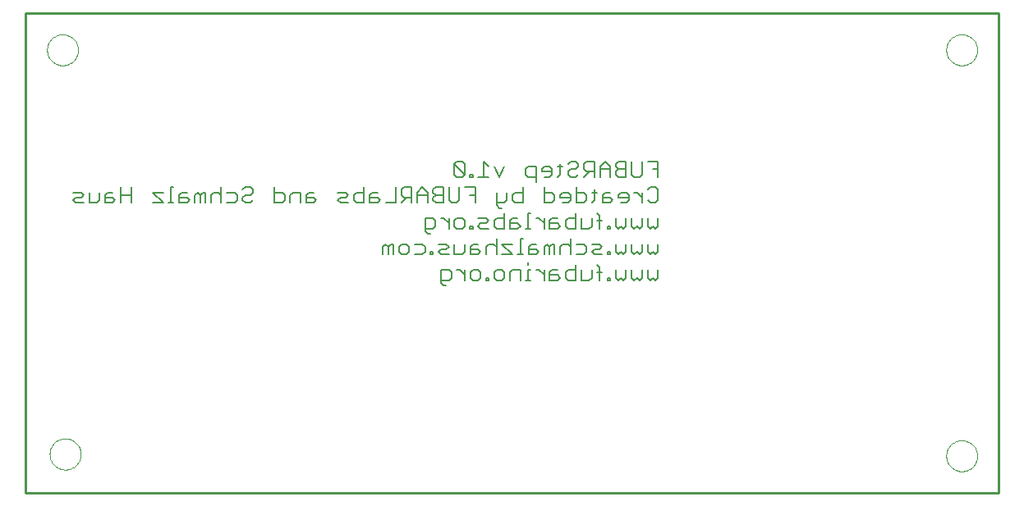
<source format=gbo>
G75*
G70*
%OFA0B0*%
%FSLAX24Y24*%
%IPPOS*%
%LPD*%
%AMOC8*
5,1,8,0,0,1.08239X$1,22.5*
%
%ADD10C,0.0100*%
%ADD11C,0.0000*%
%ADD12C,0.0070*%
D10*
X001650Y001833D02*
X001650Y021333D01*
X041150Y021333D01*
X041150Y001833D01*
X001650Y001833D01*
D11*
X002626Y003402D02*
X002628Y003452D01*
X002634Y003502D01*
X002644Y003551D01*
X002658Y003599D01*
X002675Y003646D01*
X002696Y003691D01*
X002721Y003735D01*
X002749Y003776D01*
X002781Y003815D01*
X002815Y003852D01*
X002852Y003886D01*
X002892Y003916D01*
X002934Y003943D01*
X002978Y003967D01*
X003024Y003988D01*
X003071Y004004D01*
X003119Y004017D01*
X003169Y004026D01*
X003218Y004031D01*
X003269Y004032D01*
X003319Y004029D01*
X003368Y004022D01*
X003417Y004011D01*
X003465Y003996D01*
X003511Y003978D01*
X003556Y003956D01*
X003599Y003930D01*
X003640Y003901D01*
X003679Y003869D01*
X003715Y003834D01*
X003747Y003796D01*
X003777Y003756D01*
X003804Y003713D01*
X003827Y003669D01*
X003846Y003623D01*
X003862Y003575D01*
X003874Y003526D01*
X003882Y003477D01*
X003886Y003427D01*
X003886Y003377D01*
X003882Y003327D01*
X003874Y003278D01*
X003862Y003229D01*
X003846Y003181D01*
X003827Y003135D01*
X003804Y003091D01*
X003777Y003048D01*
X003747Y003008D01*
X003715Y002970D01*
X003679Y002935D01*
X003640Y002903D01*
X003599Y002874D01*
X003556Y002848D01*
X003511Y002826D01*
X003465Y002808D01*
X003417Y002793D01*
X003368Y002782D01*
X003319Y002775D01*
X003269Y002772D01*
X003218Y002773D01*
X003169Y002778D01*
X003119Y002787D01*
X003071Y002800D01*
X003024Y002816D01*
X002978Y002837D01*
X002934Y002861D01*
X002892Y002888D01*
X002852Y002918D01*
X002815Y002952D01*
X002781Y002989D01*
X002749Y003028D01*
X002721Y003069D01*
X002696Y003113D01*
X002675Y003158D01*
X002658Y003205D01*
X002644Y003253D01*
X002634Y003302D01*
X002628Y003352D01*
X002626Y003402D01*
X002520Y019833D02*
X002522Y019883D01*
X002528Y019933D01*
X002538Y019982D01*
X002552Y020030D01*
X002569Y020077D01*
X002590Y020122D01*
X002615Y020166D01*
X002643Y020207D01*
X002675Y020246D01*
X002709Y020283D01*
X002746Y020317D01*
X002786Y020347D01*
X002828Y020374D01*
X002872Y020398D01*
X002918Y020419D01*
X002965Y020435D01*
X003013Y020448D01*
X003063Y020457D01*
X003112Y020462D01*
X003163Y020463D01*
X003213Y020460D01*
X003262Y020453D01*
X003311Y020442D01*
X003359Y020427D01*
X003405Y020409D01*
X003450Y020387D01*
X003493Y020361D01*
X003534Y020332D01*
X003573Y020300D01*
X003609Y020265D01*
X003641Y020227D01*
X003671Y020187D01*
X003698Y020144D01*
X003721Y020100D01*
X003740Y020054D01*
X003756Y020006D01*
X003768Y019957D01*
X003776Y019908D01*
X003780Y019858D01*
X003780Y019808D01*
X003776Y019758D01*
X003768Y019709D01*
X003756Y019660D01*
X003740Y019612D01*
X003721Y019566D01*
X003698Y019522D01*
X003671Y019479D01*
X003641Y019439D01*
X003609Y019401D01*
X003573Y019366D01*
X003534Y019334D01*
X003493Y019305D01*
X003450Y019279D01*
X003405Y019257D01*
X003359Y019239D01*
X003311Y019224D01*
X003262Y019213D01*
X003213Y019206D01*
X003163Y019203D01*
X003112Y019204D01*
X003063Y019209D01*
X003013Y019218D01*
X002965Y019231D01*
X002918Y019247D01*
X002872Y019268D01*
X002828Y019292D01*
X002786Y019319D01*
X002746Y019349D01*
X002709Y019383D01*
X002675Y019420D01*
X002643Y019459D01*
X002615Y019500D01*
X002590Y019544D01*
X002569Y019589D01*
X002552Y019636D01*
X002538Y019684D01*
X002528Y019733D01*
X002522Y019783D01*
X002520Y019833D01*
X039020Y019833D02*
X039022Y019883D01*
X039028Y019933D01*
X039038Y019982D01*
X039052Y020030D01*
X039069Y020077D01*
X039090Y020122D01*
X039115Y020166D01*
X039143Y020207D01*
X039175Y020246D01*
X039209Y020283D01*
X039246Y020317D01*
X039286Y020347D01*
X039328Y020374D01*
X039372Y020398D01*
X039418Y020419D01*
X039465Y020435D01*
X039513Y020448D01*
X039563Y020457D01*
X039612Y020462D01*
X039663Y020463D01*
X039713Y020460D01*
X039762Y020453D01*
X039811Y020442D01*
X039859Y020427D01*
X039905Y020409D01*
X039950Y020387D01*
X039993Y020361D01*
X040034Y020332D01*
X040073Y020300D01*
X040109Y020265D01*
X040141Y020227D01*
X040171Y020187D01*
X040198Y020144D01*
X040221Y020100D01*
X040240Y020054D01*
X040256Y020006D01*
X040268Y019957D01*
X040276Y019908D01*
X040280Y019858D01*
X040280Y019808D01*
X040276Y019758D01*
X040268Y019709D01*
X040256Y019660D01*
X040240Y019612D01*
X040221Y019566D01*
X040198Y019522D01*
X040171Y019479D01*
X040141Y019439D01*
X040109Y019401D01*
X040073Y019366D01*
X040034Y019334D01*
X039993Y019305D01*
X039950Y019279D01*
X039905Y019257D01*
X039859Y019239D01*
X039811Y019224D01*
X039762Y019213D01*
X039713Y019206D01*
X039663Y019203D01*
X039612Y019204D01*
X039563Y019209D01*
X039513Y019218D01*
X039465Y019231D01*
X039418Y019247D01*
X039372Y019268D01*
X039328Y019292D01*
X039286Y019319D01*
X039246Y019349D01*
X039209Y019383D01*
X039175Y019420D01*
X039143Y019459D01*
X039115Y019500D01*
X039090Y019544D01*
X039069Y019589D01*
X039052Y019636D01*
X039038Y019684D01*
X039028Y019733D01*
X039022Y019783D01*
X039020Y019833D01*
X039020Y003333D02*
X039022Y003383D01*
X039028Y003433D01*
X039038Y003482D01*
X039052Y003530D01*
X039069Y003577D01*
X039090Y003622D01*
X039115Y003666D01*
X039143Y003707D01*
X039175Y003746D01*
X039209Y003783D01*
X039246Y003817D01*
X039286Y003847D01*
X039328Y003874D01*
X039372Y003898D01*
X039418Y003919D01*
X039465Y003935D01*
X039513Y003948D01*
X039563Y003957D01*
X039612Y003962D01*
X039663Y003963D01*
X039713Y003960D01*
X039762Y003953D01*
X039811Y003942D01*
X039859Y003927D01*
X039905Y003909D01*
X039950Y003887D01*
X039993Y003861D01*
X040034Y003832D01*
X040073Y003800D01*
X040109Y003765D01*
X040141Y003727D01*
X040171Y003687D01*
X040198Y003644D01*
X040221Y003600D01*
X040240Y003554D01*
X040256Y003506D01*
X040268Y003457D01*
X040276Y003408D01*
X040280Y003358D01*
X040280Y003308D01*
X040276Y003258D01*
X040268Y003209D01*
X040256Y003160D01*
X040240Y003112D01*
X040221Y003066D01*
X040198Y003022D01*
X040171Y002979D01*
X040141Y002939D01*
X040109Y002901D01*
X040073Y002866D01*
X040034Y002834D01*
X039993Y002805D01*
X039950Y002779D01*
X039905Y002757D01*
X039859Y002739D01*
X039811Y002724D01*
X039762Y002713D01*
X039713Y002706D01*
X039663Y002703D01*
X039612Y002704D01*
X039563Y002709D01*
X039513Y002718D01*
X039465Y002731D01*
X039418Y002747D01*
X039372Y002768D01*
X039328Y002792D01*
X039286Y002819D01*
X039246Y002849D01*
X039209Y002883D01*
X039175Y002920D01*
X039143Y002959D01*
X039115Y003000D01*
X039090Y003044D01*
X039069Y003089D01*
X039052Y003136D01*
X039038Y003184D01*
X039028Y003233D01*
X039022Y003283D01*
X039020Y003333D01*
D12*
X027315Y010573D02*
X027210Y010468D01*
X027105Y010573D01*
X027000Y010468D01*
X026895Y010573D01*
X026895Y010889D01*
X026670Y010889D02*
X026670Y010573D01*
X026565Y010468D01*
X026460Y010573D01*
X026355Y010468D01*
X026250Y010573D01*
X026250Y010889D01*
X026026Y010889D02*
X026026Y010573D01*
X025921Y010468D01*
X025816Y010573D01*
X025711Y010468D01*
X025606Y010573D01*
X025606Y010889D01*
X025381Y010573D02*
X025276Y010573D01*
X025276Y010468D01*
X025381Y010468D01*
X025381Y010573D01*
X025059Y010784D02*
X024849Y010784D01*
X024954Y010994D02*
X024849Y011099D01*
X024954Y010994D02*
X024954Y010468D01*
X024629Y010573D02*
X024629Y010889D01*
X024629Y010573D02*
X024524Y010468D01*
X024209Y010468D01*
X024209Y010889D01*
X023985Y010889D02*
X023670Y010889D01*
X023564Y010784D01*
X023564Y010573D01*
X023670Y010468D01*
X023985Y010468D01*
X023985Y011099D01*
X023994Y011518D02*
X024309Y011518D01*
X024415Y011623D01*
X024415Y011834D01*
X024309Y011939D01*
X023994Y011939D01*
X023770Y011834D02*
X023665Y011939D01*
X023455Y011939D01*
X023350Y011834D01*
X023350Y011518D01*
X023125Y011518D02*
X023125Y011939D01*
X023020Y011939D01*
X022915Y011834D01*
X022810Y011939D01*
X022705Y011834D01*
X022705Y011518D01*
X022915Y011518D02*
X022915Y011834D01*
X022481Y011623D02*
X022376Y011518D01*
X022061Y011518D01*
X022061Y011834D01*
X022166Y011939D01*
X022376Y011939D01*
X022376Y011729D02*
X022061Y011729D01*
X021836Y011518D02*
X021626Y011518D01*
X021731Y011518D02*
X021731Y012149D01*
X021836Y012149D01*
X021948Y012568D02*
X022159Y012568D01*
X022054Y012568D02*
X022054Y013199D01*
X022159Y013199D01*
X022380Y012989D02*
X022486Y012989D01*
X022696Y012779D01*
X022696Y012989D02*
X022696Y012568D01*
X022920Y012568D02*
X022920Y012884D01*
X023025Y012989D01*
X023235Y012989D01*
X023235Y012779D02*
X022920Y012779D01*
X022920Y012568D02*
X023235Y012568D01*
X023340Y012673D01*
X023235Y012779D01*
X023564Y012884D02*
X023670Y012989D01*
X023985Y012989D01*
X023985Y013199D02*
X023985Y012568D01*
X023670Y012568D01*
X023564Y012673D01*
X023564Y012884D01*
X024209Y012989D02*
X024209Y012568D01*
X024524Y012568D01*
X024629Y012673D01*
X024629Y012989D01*
X024849Y012884D02*
X025059Y012884D01*
X024954Y013094D02*
X024849Y013199D01*
X024954Y013094D02*
X024954Y012568D01*
X025276Y012568D02*
X025381Y012568D01*
X025381Y012673D01*
X025276Y012673D01*
X025276Y012568D01*
X025606Y012673D02*
X025606Y012989D01*
X025606Y012673D02*
X025711Y012568D01*
X025816Y012673D01*
X025921Y012568D01*
X026026Y012673D01*
X026026Y012989D01*
X026250Y012989D02*
X026250Y012673D01*
X026355Y012568D01*
X026460Y012673D01*
X026565Y012568D01*
X026670Y012673D01*
X026670Y012989D01*
X026895Y012989D02*
X026895Y012673D01*
X027000Y012568D01*
X027105Y012673D01*
X027210Y012568D01*
X027315Y012673D01*
X027315Y012989D01*
X027210Y013618D02*
X027000Y013618D01*
X026895Y013723D01*
X026670Y013618D02*
X026670Y014039D01*
X026460Y014039D02*
X026355Y014039D01*
X026460Y014039D02*
X026670Y013829D01*
X026895Y014144D02*
X027000Y014249D01*
X027210Y014249D01*
X027315Y014144D01*
X027315Y013723D01*
X027210Y013618D01*
X026133Y013723D02*
X026028Y013618D01*
X025818Y013618D01*
X025713Y013829D02*
X026133Y013829D01*
X026133Y013934D02*
X026028Y014039D01*
X025818Y014039D01*
X025713Y013934D01*
X025713Y013829D01*
X025489Y013723D02*
X025384Y013618D01*
X025068Y013618D01*
X025068Y013934D01*
X025174Y014039D01*
X025384Y014039D01*
X025384Y013829D02*
X025068Y013829D01*
X024844Y014039D02*
X024634Y014039D01*
X024739Y014144D02*
X024739Y013723D01*
X024634Y013618D01*
X024415Y013723D02*
X024415Y013934D01*
X024309Y014039D01*
X023994Y014039D01*
X023994Y014249D02*
X023994Y013618D01*
X024309Y013618D01*
X024415Y013723D01*
X023770Y013723D02*
X023665Y013618D01*
X023455Y013618D01*
X023350Y013829D02*
X023770Y013829D01*
X023770Y013934D02*
X023665Y014039D01*
X023455Y014039D01*
X023350Y013934D01*
X023350Y013829D01*
X023125Y013934D02*
X023020Y014039D01*
X022705Y014039D01*
X022705Y014249D02*
X022705Y013618D01*
X023020Y013618D01*
X023125Y013723D01*
X023125Y013934D01*
X023770Y013934D02*
X023770Y013723D01*
X023777Y014668D02*
X023987Y014668D01*
X024092Y014773D01*
X023987Y014984D02*
X023777Y014984D01*
X023672Y014879D01*
X023672Y014773D01*
X023777Y014668D01*
X023987Y014984D02*
X024092Y015089D01*
X024092Y015194D01*
X023987Y015299D01*
X023777Y015299D01*
X023672Y015194D01*
X023448Y015089D02*
X023238Y015089D01*
X023343Y015194D02*
X023343Y014773D01*
X023238Y014668D01*
X023018Y014773D02*
X023018Y014984D01*
X022913Y015089D01*
X022703Y015089D01*
X022598Y014984D01*
X022598Y014879D01*
X023018Y014879D01*
X023018Y014773D02*
X022913Y014668D01*
X022703Y014668D01*
X022373Y014668D02*
X022058Y014668D01*
X021953Y014773D01*
X021953Y014984D01*
X022058Y015089D01*
X022373Y015089D01*
X022373Y014458D01*
X021836Y014249D02*
X021836Y013618D01*
X021521Y013618D01*
X021416Y013723D01*
X021416Y013934D01*
X021521Y014039D01*
X021836Y014039D01*
X021192Y014039D02*
X021192Y013723D01*
X021087Y013618D01*
X020771Y013618D01*
X020771Y013513D02*
X020877Y013408D01*
X020982Y013408D01*
X021084Y013199D02*
X021084Y012568D01*
X020769Y012568D01*
X020664Y012673D01*
X020664Y012884D01*
X020769Y012989D01*
X021084Y012989D01*
X021309Y012884D02*
X021309Y012568D01*
X021624Y012568D01*
X021729Y012673D01*
X021624Y012779D01*
X021309Y012779D01*
X021309Y012884D02*
X021414Y012989D01*
X021624Y012989D01*
X020771Y013513D02*
X020771Y014039D01*
X020874Y014668D02*
X020664Y015089D01*
X020440Y015089D02*
X020230Y015299D01*
X020230Y014668D01*
X020440Y014668D02*
X020019Y014668D01*
X019795Y014668D02*
X019690Y014668D01*
X019690Y014773D01*
X019795Y014773D01*
X019795Y014668D01*
X019473Y014773D02*
X019053Y015194D01*
X019053Y014773D01*
X019158Y014668D01*
X019368Y014668D01*
X019473Y014773D01*
X019473Y015194D01*
X019368Y015299D01*
X019158Y015299D01*
X019053Y015194D01*
X019258Y014249D02*
X019258Y013723D01*
X019153Y013618D01*
X018943Y013618D01*
X018838Y013723D01*
X018838Y014249D01*
X018614Y014249D02*
X018298Y014249D01*
X018193Y014144D01*
X018193Y014039D01*
X018298Y013934D01*
X018614Y013934D01*
X018614Y014249D02*
X018614Y013618D01*
X018298Y013618D01*
X018193Y013723D01*
X018193Y013829D01*
X018298Y013934D01*
X017969Y013934D02*
X017549Y013934D01*
X017549Y014039D02*
X017549Y013618D01*
X017324Y013618D02*
X017324Y014249D01*
X017009Y014249D01*
X016904Y014144D01*
X016904Y013934D01*
X017009Y013829D01*
X017324Y013829D01*
X017114Y013829D02*
X016904Y013618D01*
X016680Y013618D02*
X016260Y013618D01*
X016035Y013723D02*
X015930Y013829D01*
X015615Y013829D01*
X015615Y013934D02*
X015615Y013618D01*
X015930Y013618D01*
X016035Y013723D01*
X015930Y014039D02*
X015720Y014039D01*
X015615Y013934D01*
X015391Y014039D02*
X015076Y014039D01*
X014970Y013934D01*
X014970Y013723D01*
X015076Y013618D01*
X015391Y013618D01*
X015391Y014249D01*
X014746Y013934D02*
X014641Y014039D01*
X014326Y014039D01*
X014431Y013829D02*
X014641Y013829D01*
X014746Y013934D01*
X014746Y013618D02*
X014431Y013618D01*
X014326Y013723D01*
X014431Y013829D01*
X013457Y013723D02*
X013352Y013618D01*
X013037Y013618D01*
X013037Y013934D01*
X013142Y014039D01*
X013352Y014039D01*
X013352Y013829D02*
X013037Y013829D01*
X012813Y014039D02*
X012497Y014039D01*
X012392Y013934D01*
X012392Y013618D01*
X012168Y013723D02*
X012168Y013934D01*
X012063Y014039D01*
X011748Y014039D01*
X011748Y014249D02*
X011748Y013618D01*
X012063Y013618D01*
X012168Y013723D01*
X012813Y013618D02*
X012813Y014039D01*
X013352Y013829D02*
X013457Y013723D01*
X010879Y013723D02*
X010774Y013618D01*
X010564Y013618D01*
X010459Y013723D01*
X010459Y013829D01*
X010564Y013934D01*
X010774Y013934D01*
X010879Y014039D01*
X010879Y014144D01*
X010774Y014249D01*
X010564Y014249D01*
X010459Y014144D01*
X010234Y013934D02*
X010234Y013723D01*
X010129Y013618D01*
X009814Y013618D01*
X009590Y013618D02*
X009590Y014249D01*
X009485Y014039D02*
X009275Y014039D01*
X009170Y013934D01*
X009170Y013618D01*
X008945Y013618D02*
X008945Y014039D01*
X008840Y014039D01*
X008735Y013934D01*
X008630Y014039D01*
X008525Y013934D01*
X008525Y013618D01*
X008735Y013618D02*
X008735Y013934D01*
X008301Y013723D02*
X008196Y013829D01*
X007880Y013829D01*
X007880Y013934D02*
X007880Y013618D01*
X008196Y013618D01*
X008301Y013723D01*
X008196Y014039D02*
X007986Y014039D01*
X007880Y013934D01*
X007656Y014249D02*
X007551Y014249D01*
X007551Y013618D01*
X007656Y013618D02*
X007446Y013618D01*
X007227Y013618D02*
X006806Y013618D01*
X006806Y014039D02*
X007227Y013618D01*
X007227Y014039D02*
X006806Y014039D01*
X005937Y013934D02*
X005517Y013934D01*
X005293Y013723D02*
X005188Y013618D01*
X004873Y013618D01*
X004873Y013934D01*
X004978Y014039D01*
X005188Y014039D01*
X005188Y013829D02*
X004873Y013829D01*
X004648Y013723D02*
X004543Y013618D01*
X004228Y013618D01*
X004228Y014039D01*
X004004Y013934D02*
X003899Y014039D01*
X003583Y014039D01*
X003689Y013829D02*
X003899Y013829D01*
X004004Y013934D01*
X004004Y013618D02*
X003689Y013618D01*
X003583Y013723D01*
X003689Y013829D01*
X004648Y013723D02*
X004648Y014039D01*
X005188Y013829D02*
X005293Y013723D01*
X005517Y013618D02*
X005517Y014249D01*
X005937Y014249D02*
X005937Y013618D01*
X009485Y014039D02*
X009590Y013934D01*
X009814Y014039D02*
X010129Y014039D01*
X010234Y013934D01*
X016152Y011834D02*
X016152Y011518D01*
X016362Y011518D02*
X016362Y011834D01*
X016257Y011939D01*
X016152Y011834D01*
X016362Y011834D02*
X016467Y011939D01*
X016573Y011939D01*
X016573Y011518D01*
X016797Y011623D02*
X016902Y011518D01*
X017112Y011518D01*
X017217Y011623D01*
X017217Y011834D01*
X017112Y011939D01*
X016902Y011939D01*
X016797Y011834D01*
X016797Y011623D01*
X017441Y011518D02*
X017757Y011518D01*
X017862Y011623D01*
X017862Y011834D01*
X017757Y011939D01*
X017441Y011939D01*
X017871Y012463D02*
X017976Y012358D01*
X018081Y012358D01*
X017871Y012463D02*
X017871Y012989D01*
X018186Y012989D01*
X018291Y012884D01*
X018291Y012673D01*
X018186Y012568D01*
X017871Y012568D01*
X018513Y012989D02*
X018618Y012989D01*
X018828Y012779D01*
X018828Y012989D02*
X018828Y012568D01*
X019053Y012673D02*
X019053Y012884D01*
X019158Y012989D01*
X019368Y012989D01*
X019473Y012884D01*
X019473Y012673D01*
X019368Y012568D01*
X019158Y012568D01*
X019053Y012673D01*
X019690Y012673D02*
X019690Y012568D01*
X019795Y012568D01*
X019795Y012673D01*
X019690Y012673D01*
X020019Y012673D02*
X020125Y012779D01*
X020335Y012779D01*
X020440Y012884D01*
X020335Y012989D01*
X020019Y012989D01*
X020019Y012673D02*
X020125Y012568D01*
X020440Y012568D01*
X020762Y012149D02*
X020762Y011518D01*
X020986Y011518D02*
X021407Y011518D01*
X020986Y011939D01*
X021407Y011939D01*
X020762Y011834D02*
X020657Y011939D01*
X020447Y011939D01*
X020342Y011834D01*
X020342Y011518D01*
X020118Y011623D02*
X020012Y011729D01*
X019697Y011729D01*
X019697Y011834D02*
X019697Y011518D01*
X020012Y011518D01*
X020118Y011623D01*
X020012Y011939D02*
X019802Y011939D01*
X019697Y011834D01*
X019473Y011939D02*
X019473Y011623D01*
X019368Y011518D01*
X019053Y011518D01*
X019053Y011939D01*
X018828Y011834D02*
X018723Y011939D01*
X018408Y011939D01*
X018513Y011729D02*
X018723Y011729D01*
X018828Y011834D01*
X018828Y011518D02*
X018513Y011518D01*
X018408Y011623D01*
X018513Y011729D01*
X018184Y011623D02*
X018079Y011623D01*
X018079Y011518D01*
X018184Y011518D01*
X018184Y011623D01*
X018515Y010889D02*
X018831Y010889D01*
X018936Y010784D01*
X018936Y010573D01*
X018831Y010468D01*
X018515Y010468D01*
X018515Y010363D02*
X018515Y010889D01*
X018515Y010363D02*
X018621Y010258D01*
X018726Y010258D01*
X019158Y010889D02*
X019263Y010889D01*
X019473Y010679D01*
X019473Y010889D02*
X019473Y010468D01*
X019697Y010573D02*
X019697Y010784D01*
X019802Y010889D01*
X020012Y010889D01*
X020118Y010784D01*
X020118Y010573D01*
X020012Y010468D01*
X019802Y010468D01*
X019697Y010573D01*
X020335Y010573D02*
X020335Y010468D01*
X020440Y010468D01*
X020440Y010573D01*
X020335Y010573D01*
X020664Y010573D02*
X020664Y010784D01*
X020769Y010889D01*
X020979Y010889D01*
X021084Y010784D01*
X021084Y010573D01*
X020979Y010468D01*
X020769Y010468D01*
X020664Y010573D01*
X021309Y010468D02*
X021309Y010784D01*
X021414Y010889D01*
X021729Y010889D01*
X021729Y010468D01*
X021948Y010468D02*
X022159Y010468D01*
X022054Y010468D02*
X022054Y010889D01*
X022159Y010889D01*
X022380Y010889D02*
X022486Y010889D01*
X022696Y010679D01*
X022696Y010889D02*
X022696Y010468D01*
X022920Y010468D02*
X022920Y010784D01*
X023025Y010889D01*
X023235Y010889D01*
X023235Y010679D02*
X022920Y010679D01*
X022920Y010468D02*
X023235Y010468D01*
X023340Y010573D01*
X023235Y010679D01*
X023770Y011518D02*
X023770Y012149D01*
X024639Y011939D02*
X024954Y011939D01*
X025059Y011834D01*
X024954Y011729D01*
X024744Y011729D01*
X024639Y011623D01*
X024744Y011518D01*
X025059Y011518D01*
X025276Y011518D02*
X025276Y011623D01*
X025381Y011623D01*
X025381Y011518D01*
X025276Y011518D01*
X025606Y011623D02*
X025606Y011939D01*
X025606Y011623D02*
X025711Y011518D01*
X025816Y011623D01*
X025921Y011518D01*
X026026Y011623D01*
X026026Y011939D01*
X026250Y011939D02*
X026250Y011623D01*
X026355Y011518D01*
X026460Y011623D01*
X026565Y011518D01*
X026670Y011623D01*
X026670Y011939D01*
X026895Y011939D02*
X026895Y011623D01*
X027000Y011518D01*
X027105Y011623D01*
X027210Y011518D01*
X027315Y011623D01*
X027315Y011939D01*
X027315Y010889D02*
X027315Y010573D01*
X026133Y013723D02*
X026133Y013934D01*
X025489Y013723D02*
X025384Y013829D01*
X025381Y014668D02*
X025381Y015089D01*
X025171Y015299D01*
X024961Y015089D01*
X024961Y014668D01*
X024737Y014668D02*
X024737Y015299D01*
X024422Y015299D01*
X024316Y015194D01*
X024316Y014984D01*
X024422Y014879D01*
X024737Y014879D01*
X024527Y014879D02*
X024316Y014668D01*
X024961Y014984D02*
X025381Y014984D01*
X025606Y015089D02*
X025711Y014984D01*
X026026Y014984D01*
X026250Y014773D02*
X026250Y015299D01*
X026026Y015299D02*
X025711Y015299D01*
X025606Y015194D01*
X025606Y015089D01*
X025711Y014984D02*
X025606Y014879D01*
X025606Y014773D01*
X025711Y014668D01*
X026026Y014668D01*
X026026Y015299D01*
X026670Y015299D02*
X026670Y014773D01*
X026565Y014668D01*
X026355Y014668D01*
X026250Y014773D01*
X026895Y015299D02*
X027315Y015299D01*
X027315Y014668D01*
X027315Y014984D02*
X027105Y014984D01*
X022481Y011623D02*
X022376Y011729D01*
X022054Y011204D02*
X022054Y011099D01*
X019903Y013618D02*
X019903Y014249D01*
X019482Y014249D01*
X019692Y013934D02*
X019903Y013934D01*
X020874Y014668D02*
X021084Y015089D01*
X017969Y014039D02*
X017969Y013618D01*
X017969Y014039D02*
X017759Y014249D01*
X017549Y014039D01*
X016680Y014249D02*
X016680Y013618D01*
M02*

</source>
